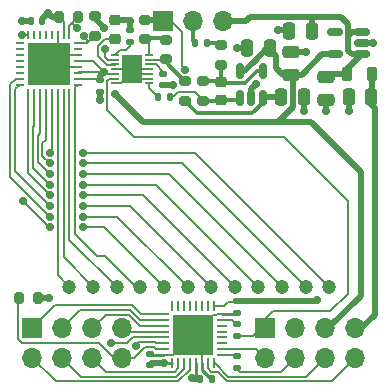
<source format=gtl>
G04 #@! TF.GenerationSoftware,KiCad,Pcbnew,7.0.1*
G04 #@! TF.CreationDate,2023-07-28T03:37:32-04:00*
G04 #@! TF.ProjectId,cdm324_v2,63646d33-3234-45f7-9632-2e6b69636164,rev?*
G04 #@! TF.SameCoordinates,Original*
G04 #@! TF.FileFunction,Copper,L1,Top*
G04 #@! TF.FilePolarity,Positive*
%FSLAX46Y46*%
G04 Gerber Fmt 4.6, Leading zero omitted, Abs format (unit mm)*
G04 Created by KiCad (PCBNEW 7.0.1) date 2023-07-28 03:37:32*
%MOMM*%
%LPD*%
G01*
G04 APERTURE LIST*
G04 Aperture macros list*
%AMRoundRect*
0 Rectangle with rounded corners*
0 $1 Rounding radius*
0 $2 $3 $4 $5 $6 $7 $8 $9 X,Y pos of 4 corners*
0 Add a 4 corners polygon primitive as box body*
4,1,4,$2,$3,$4,$5,$6,$7,$8,$9,$2,$3,0*
0 Add four circle primitives for the rounded corners*
1,1,$1+$1,$2,$3*
1,1,$1+$1,$4,$5*
1,1,$1+$1,$6,$7*
1,1,$1+$1,$8,$9*
0 Add four rect primitives between the rounded corners*
20,1,$1+$1,$2,$3,$4,$5,0*
20,1,$1+$1,$4,$5,$6,$7,0*
20,1,$1+$1,$6,$7,$8,$9,0*
20,1,$1+$1,$8,$9,$2,$3,0*%
G04 Aperture macros list end*
G04 #@! TA.AperFunction,SMDPad,CuDef*
%ADD10RoundRect,0.140000X0.140000X0.170000X-0.140000X0.170000X-0.140000X-0.170000X0.140000X-0.170000X0*%
G04 #@! TD*
G04 #@! TA.AperFunction,SMDPad,CuDef*
%ADD11RoundRect,0.250000X0.250000X0.475000X-0.250000X0.475000X-0.250000X-0.475000X0.250000X-0.475000X0*%
G04 #@! TD*
G04 #@! TA.AperFunction,SMDPad,CuDef*
%ADD12RoundRect,0.140000X-0.140000X-0.170000X0.140000X-0.170000X0.140000X0.170000X-0.140000X0.170000X0*%
G04 #@! TD*
G04 #@! TA.AperFunction,SMDPad,CuDef*
%ADD13RoundRect,0.140000X0.170000X-0.140000X0.170000X0.140000X-0.170000X0.140000X-0.170000X-0.140000X0*%
G04 #@! TD*
G04 #@! TA.AperFunction,SMDPad,CuDef*
%ADD14RoundRect,0.200000X0.200000X0.275000X-0.200000X0.275000X-0.200000X-0.275000X0.200000X-0.275000X0*%
G04 #@! TD*
G04 #@! TA.AperFunction,SMDPad,CuDef*
%ADD15RoundRect,0.062500X0.062500X-0.375000X0.062500X0.375000X-0.062500X0.375000X-0.062500X-0.375000X0*%
G04 #@! TD*
G04 #@! TA.AperFunction,SMDPad,CuDef*
%ADD16RoundRect,0.062500X0.375000X-0.062500X0.375000X0.062500X-0.375000X0.062500X-0.375000X-0.062500X0*%
G04 #@! TD*
G04 #@! TA.AperFunction,SMDPad,CuDef*
%ADD17R,3.450000X3.450000*%
G04 #@! TD*
G04 #@! TA.AperFunction,SMDPad,CuDef*
%ADD18RoundRect,0.250000X-0.475000X0.250000X-0.475000X-0.250000X0.475000X-0.250000X0.475000X0.250000X0*%
G04 #@! TD*
G04 #@! TA.AperFunction,SMDPad,CuDef*
%ADD19RoundRect,0.225000X0.250000X-0.225000X0.250000X0.225000X-0.250000X0.225000X-0.250000X-0.225000X0*%
G04 #@! TD*
G04 #@! TA.AperFunction,SMDPad,CuDef*
%ADD20RoundRect,0.200000X0.275000X-0.200000X0.275000X0.200000X-0.275000X0.200000X-0.275000X-0.200000X0*%
G04 #@! TD*
G04 #@! TA.AperFunction,SMDPad,CuDef*
%ADD21RoundRect,0.140000X-0.170000X0.140000X-0.170000X-0.140000X0.170000X-0.140000X0.170000X0.140000X0*%
G04 #@! TD*
G04 #@! TA.AperFunction,SMDPad,CuDef*
%ADD22RoundRect,0.250000X0.475000X-0.250000X0.475000X0.250000X-0.475000X0.250000X-0.475000X-0.250000X0*%
G04 #@! TD*
G04 #@! TA.AperFunction,SMDPad,CuDef*
%ADD23RoundRect,0.150000X0.512500X0.150000X-0.512500X0.150000X-0.512500X-0.150000X0.512500X-0.150000X0*%
G04 #@! TD*
G04 #@! TA.AperFunction,SMDPad,CuDef*
%ADD24RoundRect,0.062500X0.312500X0.062500X-0.312500X0.062500X-0.312500X-0.062500X0.312500X-0.062500X0*%
G04 #@! TD*
G04 #@! TA.AperFunction,SMDPad,CuDef*
%ADD25RoundRect,0.062500X0.062500X0.312500X-0.062500X0.312500X-0.062500X-0.312500X0.062500X-0.312500X0*%
G04 #@! TD*
G04 #@! TA.AperFunction,SMDPad,CuDef*
%ADD26R,3.650000X3.650000*%
G04 #@! TD*
G04 #@! TA.AperFunction,ComponentPad*
%ADD27R,1.700000X1.700000*%
G04 #@! TD*
G04 #@! TA.AperFunction,ComponentPad*
%ADD28O,1.700000X1.700000*%
G04 #@! TD*
G04 #@! TA.AperFunction,SMDPad,CuDef*
%ADD29RoundRect,0.250000X-0.250000X-0.475000X0.250000X-0.475000X0.250000X0.475000X-0.250000X0.475000X0*%
G04 #@! TD*
G04 #@! TA.AperFunction,SMDPad,CuDef*
%ADD30RoundRect,0.218750X-0.218750X-0.381250X0.218750X-0.381250X0.218750X0.381250X-0.218750X0.381250X0*%
G04 #@! TD*
G04 #@! TA.AperFunction,SMDPad,CuDef*
%ADD31RoundRect,0.135000X-0.185000X0.135000X-0.185000X-0.135000X0.185000X-0.135000X0.185000X0.135000X0*%
G04 #@! TD*
G04 #@! TA.AperFunction,ComponentPad*
%ADD32C,1.200000*%
G04 #@! TD*
G04 #@! TA.AperFunction,SMDPad,CuDef*
%ADD33RoundRect,0.200000X-0.275000X0.200000X-0.275000X-0.200000X0.275000X-0.200000X0.275000X0.200000X0*%
G04 #@! TD*
G04 #@! TA.AperFunction,SMDPad,CuDef*
%ADD34R,0.700000X0.250000*%
G04 #@! TD*
G04 #@! TA.AperFunction,SMDPad,CuDef*
%ADD35R,1.780000X2.350000*%
G04 #@! TD*
G04 #@! TA.AperFunction,SMDPad,CuDef*
%ADD36RoundRect,0.150000X0.150000X-0.512500X0.150000X0.512500X-0.150000X0.512500X-0.150000X-0.512500X0*%
G04 #@! TD*
G04 #@! TA.AperFunction,ViaPad*
%ADD37C,0.700000*%
G04 #@! TD*
G04 #@! TA.AperFunction,Conductor*
%ADD38C,0.200000*%
G04 #@! TD*
G04 #@! TA.AperFunction,Conductor*
%ADD39C,0.300000*%
G04 #@! TD*
G04 #@! TA.AperFunction,Conductor*
%ADD40C,0.500000*%
G04 #@! TD*
G04 #@! TA.AperFunction,Conductor*
%ADD41C,0.250000*%
G04 #@! TD*
G04 APERTURE END LIST*
D10*
X100610000Y-51850000D03*
X99650000Y-51850000D03*
D11*
X109500000Y-50850000D03*
X107600000Y-50850000D03*
X105950000Y-52250000D03*
X104050000Y-52250000D03*
D12*
X100080000Y-80300000D03*
X101040000Y-80300000D03*
D13*
X95797500Y-79117500D03*
X95797500Y-78157500D03*
D14*
X86372500Y-73437500D03*
X84722500Y-73437500D03*
D15*
X97710000Y-78975000D03*
X98210000Y-78975000D03*
X98710000Y-78975000D03*
X99210000Y-78975000D03*
X99710000Y-78975000D03*
X100210000Y-78975000D03*
X100710000Y-78975000D03*
X101210000Y-78975000D03*
D16*
X101897500Y-78287500D03*
X101897500Y-77787500D03*
X101897500Y-77287500D03*
X101897500Y-76787500D03*
X101897500Y-76287500D03*
X101897500Y-75787500D03*
X101897500Y-75287500D03*
X101897500Y-74787500D03*
D15*
X101210000Y-74100000D03*
X100710000Y-74100000D03*
X100210000Y-74100000D03*
X99710000Y-74100000D03*
X99210000Y-74100000D03*
X98710000Y-74100000D03*
X98210000Y-74100000D03*
X97710000Y-74100000D03*
D16*
X97022500Y-74787500D03*
X97022500Y-75287500D03*
X97022500Y-75787500D03*
X97022500Y-76287500D03*
X97022500Y-76787500D03*
X97022500Y-77287500D03*
X97022500Y-77787500D03*
X97022500Y-78287500D03*
D17*
X99460000Y-76537500D03*
D18*
X110700000Y-54750000D03*
X110700000Y-56650000D03*
D19*
X101850000Y-56687500D03*
X101850000Y-55137500D03*
D20*
X100300000Y-56737500D03*
X100300000Y-55087500D03*
X101850000Y-53675000D03*
X101850000Y-52025000D03*
D21*
X103160000Y-73720000D03*
X103160000Y-74680000D03*
D22*
X107793750Y-54550000D03*
X107793750Y-52650000D03*
D23*
X113737500Y-52800000D03*
X113737500Y-51850000D03*
X113737500Y-50900000D03*
X111462500Y-50900000D03*
X111462500Y-52800000D03*
D10*
X86680000Y-49950000D03*
X85720000Y-49950000D03*
D24*
X89725000Y-55375000D03*
X89725000Y-54875000D03*
X89725000Y-54375000D03*
X89725000Y-53875000D03*
X89725000Y-53375000D03*
X89725000Y-52875000D03*
X89725000Y-52375000D03*
X89725000Y-51875000D03*
D25*
X89000000Y-51150000D03*
X88500000Y-51150000D03*
X88000000Y-51150000D03*
X87500000Y-51150000D03*
X87000000Y-51150000D03*
X86500000Y-51150000D03*
X86000000Y-51150000D03*
X85500000Y-51150000D03*
D24*
X84775000Y-51875000D03*
X84775000Y-52375000D03*
X84775000Y-52875000D03*
X84775000Y-53375000D03*
X84775000Y-53875000D03*
X84775000Y-54375000D03*
X84775000Y-54875000D03*
X84775000Y-55375000D03*
D25*
X85500000Y-56100000D03*
X86000000Y-56100000D03*
X86500000Y-56100000D03*
X87000000Y-56100000D03*
X87500000Y-56100000D03*
X88000000Y-56100000D03*
X88500000Y-56100000D03*
X89000000Y-56100000D03*
D26*
X87250000Y-53625000D03*
D27*
X105557500Y-75987500D03*
D28*
X105557500Y-78527500D03*
X108097500Y-75987500D03*
X108097500Y-78527500D03*
X110637500Y-75987500D03*
X110637500Y-78527500D03*
X113177500Y-75987500D03*
X113177500Y-78527500D03*
D13*
X94100000Y-51750000D03*
X94100000Y-50790000D03*
D29*
X106950000Y-56400000D03*
X108850000Y-56400000D03*
D30*
X112487500Y-54500000D03*
X114612500Y-54500000D03*
D31*
X103150000Y-75640000D03*
X103150000Y-76660000D03*
D21*
X91550000Y-55020000D03*
X91550000Y-55980000D03*
D14*
X89725000Y-49650000D03*
X88075000Y-49650000D03*
D31*
X103147500Y-78377500D03*
X103147500Y-79397500D03*
D32*
X89000000Y-72500000D03*
X91000000Y-72500000D03*
X93000000Y-72500000D03*
X95000000Y-72500000D03*
X97000000Y-72500000D03*
X99000000Y-72500000D03*
X101000000Y-72500000D03*
X103000000Y-72500000D03*
X105000000Y-72500000D03*
X107000000Y-72500000D03*
X109000000Y-72500000D03*
X111000000Y-72500000D03*
D21*
X96900000Y-54440000D03*
X96900000Y-55400000D03*
D19*
X92850000Y-51475000D03*
X92850000Y-49925000D03*
D33*
X97150000Y-51600000D03*
X97150000Y-53250000D03*
D34*
X92825000Y-52870000D03*
X92825000Y-53270000D03*
X92825000Y-53670000D03*
X92825000Y-54070000D03*
X92825000Y-54470000D03*
X92825000Y-54870000D03*
X92825000Y-55270000D03*
X95775000Y-55270000D03*
X95775000Y-54870000D03*
X95775000Y-54470000D03*
X95775000Y-54070000D03*
X95775000Y-53670000D03*
X95775000Y-53270000D03*
X95775000Y-52870000D03*
D35*
X94300000Y-54070000D03*
D36*
X103450000Y-56487500D03*
X104400000Y-56487500D03*
X105350000Y-56487500D03*
X105350000Y-54212500D03*
X103450000Y-54212500D03*
D12*
X96520000Y-56420000D03*
X97480000Y-56420000D03*
D20*
X95400000Y-51525000D03*
X95400000Y-49875000D03*
D11*
X114550000Y-56400000D03*
X112650000Y-56400000D03*
D27*
X85857500Y-75987500D03*
D28*
X85857500Y-78527500D03*
X88397500Y-75987500D03*
X88397500Y-78527500D03*
X90937500Y-75987500D03*
X90937500Y-78527500D03*
X93477500Y-75987500D03*
X93477500Y-78527500D03*
D33*
X98750000Y-55075000D03*
X98750000Y-56725000D03*
D20*
X91150000Y-51225000D03*
X91150000Y-49575000D03*
D27*
X96960000Y-50000000D03*
D28*
X99500000Y-50000000D03*
X102040000Y-50000000D03*
D37*
X100760000Y-77800000D03*
X98178750Y-77818750D03*
X88700000Y-55087500D03*
X97725000Y-55370000D03*
X94800000Y-54870000D03*
X103150000Y-52250000D03*
X108850000Y-57600000D03*
X94100000Y-49950000D03*
X87247500Y-73437500D03*
X98210000Y-75250000D03*
X85800000Y-52200000D03*
X104800000Y-55350000D03*
X98824466Y-54125500D03*
X109000000Y-52650000D03*
X114712500Y-51850000D03*
X88700000Y-52150000D03*
X106650000Y-50750000D03*
X85000000Y-49950000D03*
X94800000Y-53270000D03*
X94300000Y-54070000D03*
X87250000Y-53625000D03*
X93800000Y-53270000D03*
X91550000Y-56720000D03*
X93800000Y-54870000D03*
X99460000Y-76537500D03*
X85787500Y-55087500D03*
X110700000Y-57600000D03*
X100728750Y-75268750D03*
X112650000Y-57600000D03*
X92850000Y-56150000D03*
X92050000Y-52350000D03*
X87200000Y-49300000D03*
X91900000Y-54300000D03*
X91950000Y-50550000D03*
X96997500Y-78975000D03*
X110000000Y-73650000D03*
X99360000Y-80250000D03*
X85000000Y-51150000D03*
X87350000Y-67450000D03*
X85050000Y-65200000D03*
X90150000Y-67450000D03*
X90150000Y-66550000D03*
X87350000Y-66550000D03*
X90150000Y-65650000D03*
X87350000Y-65650000D03*
X87350000Y-64750000D03*
X90150000Y-64750000D03*
X90150000Y-63850000D03*
X87350000Y-63850000D03*
X87350000Y-62950000D03*
X90150000Y-62950000D03*
X90150000Y-62050000D03*
X87350000Y-62050000D03*
X90150000Y-61150000D03*
X87350000Y-61150000D03*
X90200000Y-51300000D03*
X92550000Y-77250000D03*
X94600000Y-77500000D03*
X89600000Y-50600000D03*
D38*
X98500000Y-53801034D02*
X98824466Y-54125500D01*
X98500000Y-50900000D02*
X98500000Y-53801034D01*
X98500000Y-50900000D02*
X97600000Y-50000000D01*
D39*
X101675000Y-51850000D02*
X101850000Y-52025000D01*
X100610000Y-51850000D02*
X101675000Y-51850000D01*
X99500000Y-51700000D02*
X99650000Y-51850000D01*
X99500000Y-50000000D02*
X99500000Y-51700000D01*
D40*
X112487500Y-54500000D02*
X110950000Y-54500000D01*
X112625000Y-51248528D02*
X112625000Y-51565000D01*
X110950000Y-54500000D02*
X110700000Y-54750000D01*
X112625000Y-51565000D02*
X112625000Y-52530000D01*
X112650000Y-51223528D02*
X112625000Y-51248528D01*
X109550000Y-49650000D02*
X109550000Y-50800000D01*
X112895000Y-52800000D02*
X113700000Y-52800000D01*
X109550000Y-50800000D02*
X109500000Y-50850000D01*
X112625000Y-52530000D02*
X112895000Y-52800000D01*
X113700000Y-50900000D02*
X112950000Y-50900000D01*
X112625000Y-50275000D02*
X112000000Y-49650000D01*
X112650000Y-51200000D02*
X112650000Y-51223528D01*
X112487500Y-54500000D02*
X112487500Y-54050000D01*
X112487500Y-54050000D02*
X113737500Y-52800000D01*
X112000000Y-49650000D02*
X109550000Y-49650000D01*
X112950000Y-50900000D02*
X112650000Y-51200000D01*
X103950000Y-50000000D02*
X102040000Y-50000000D01*
X104300000Y-49650000D02*
X103950000Y-50000000D01*
X109550000Y-49650000D02*
X104300000Y-49650000D01*
X112625000Y-51565000D02*
X112625000Y-50275000D01*
D38*
X89725000Y-52875000D02*
X88000000Y-52875000D01*
X98824466Y-54125500D02*
X98874500Y-54125500D01*
X101897500Y-74787500D02*
X101472652Y-74787500D01*
D40*
X107600000Y-50850000D02*
X107700000Y-50750000D01*
X85720000Y-49950000D02*
X85000000Y-49950000D01*
X86335000Y-73437500D02*
X87247500Y-73437500D01*
D38*
X101040000Y-80280000D02*
X101040000Y-80300000D01*
D40*
X96835000Y-49875000D02*
X96960000Y-50000000D01*
X108850000Y-56400000D02*
X108850000Y-57600000D01*
X113700000Y-51850000D02*
X114712500Y-51850000D01*
X92850000Y-49925000D02*
X94075000Y-49925000D01*
D41*
X100210000Y-78975000D02*
X100210000Y-79500000D01*
D38*
X99460000Y-76500000D02*
X98210000Y-75250000D01*
X99460000Y-76537500D02*
X100728750Y-75268750D01*
X98874500Y-54125500D02*
X98950000Y-54050000D01*
D40*
X96930000Y-55370000D02*
X97725000Y-55370000D01*
D38*
X87250000Y-53625000D02*
X87225000Y-53625000D01*
X88000000Y-52875000D02*
X87250000Y-53625000D01*
X97422500Y-78237500D02*
X97760000Y-78237500D01*
X101397652Y-74862500D02*
X101135000Y-74862500D01*
X99460000Y-76537500D02*
X99460000Y-76500000D01*
X95775000Y-54470000D02*
X94700000Y-54470000D01*
X94700000Y-54470000D02*
X94300000Y-54070000D01*
X94300000Y-54070000D02*
X94300000Y-54370000D01*
X94300000Y-54370000D02*
X94800000Y-54870000D01*
X97372500Y-78287500D02*
X97422500Y-78237500D01*
X87500000Y-53875000D02*
X87250000Y-53625000D01*
X89725000Y-53875000D02*
X87500000Y-53875000D01*
X95775000Y-54070000D02*
X94300000Y-54070000D01*
D40*
X94100000Y-50790000D02*
X94100000Y-49950000D01*
D38*
X99460000Y-76537500D02*
X98178750Y-77818750D01*
D40*
X110700000Y-56650000D02*
X110700000Y-57600000D01*
X112650000Y-56400000D02*
X112650000Y-57600000D01*
D38*
X97022500Y-78287500D02*
X97372500Y-78287500D01*
X85800000Y-52200000D02*
X85900000Y-52200000D01*
X101472652Y-74787500D02*
X101397652Y-74862500D01*
D40*
X91550000Y-55980000D02*
X91550000Y-56720000D01*
D38*
X88700000Y-52175000D02*
X87250000Y-53625000D01*
D41*
X100210000Y-79500000D02*
X101015000Y-80305000D01*
D40*
X104400000Y-56487500D02*
X104400000Y-55750000D01*
D38*
X88000000Y-51150000D02*
X88000000Y-52875000D01*
X87225000Y-53625000D02*
X85800000Y-52200000D01*
D40*
X104400000Y-55750000D02*
X104800000Y-55350000D01*
D38*
X92825000Y-54070000D02*
X94300000Y-54070000D01*
D41*
X101015000Y-80305000D02*
X101015000Y-80330000D01*
D38*
X94300000Y-53770000D02*
X94800000Y-53270000D01*
X99460000Y-76537500D02*
X99497500Y-76537500D01*
X93400000Y-55270000D02*
X93800000Y-54870000D01*
X85900000Y-52200000D02*
X88900000Y-55200000D01*
X88700000Y-52150000D02*
X88700000Y-52175000D01*
D40*
X96900000Y-55400000D02*
X96930000Y-55370000D01*
D38*
X94300000Y-54070000D02*
X94300000Y-53770000D01*
D40*
X95400000Y-49875000D02*
X96835000Y-49875000D01*
X94075000Y-49925000D02*
X94100000Y-49950000D01*
D38*
X94300000Y-54370000D02*
X93800000Y-54870000D01*
X87250000Y-53625000D02*
X85787500Y-55087500D01*
X103052500Y-74787500D02*
X103160000Y-74680000D01*
X100210000Y-77287500D02*
X99460000Y-76537500D01*
X97760000Y-78237500D02*
X98178750Y-77818750D01*
D41*
X101897500Y-74787500D02*
X103052500Y-74787500D01*
D38*
X95877500Y-78287500D02*
X95747500Y-78157500D01*
D41*
X97022500Y-78287500D02*
X95877500Y-78287500D01*
D38*
X101135000Y-74862500D02*
X100728750Y-75268750D01*
D41*
X101015000Y-80280000D02*
X101040000Y-80280000D01*
D40*
X103950000Y-52250000D02*
X103150000Y-52250000D01*
X107793750Y-52650000D02*
X109000000Y-52650000D01*
D38*
X99497500Y-76537500D02*
X100760000Y-77800000D01*
X92825000Y-55270000D02*
X93400000Y-55270000D01*
X97600000Y-50000000D02*
X96960000Y-50000000D01*
X95775000Y-54870000D02*
X95100000Y-54870000D01*
D40*
X107700000Y-50750000D02*
X106650000Y-50750000D01*
D38*
X85787500Y-55087500D02*
X85600000Y-55275000D01*
X95100000Y-54870000D02*
X94300000Y-54070000D01*
X94300000Y-53770000D02*
X93800000Y-53270000D01*
X100210000Y-78975000D02*
X100210000Y-77287500D01*
D40*
X114612500Y-54500000D02*
X114612500Y-56337500D01*
X114850000Y-74850000D02*
X114850000Y-57350000D01*
X113712500Y-75987500D02*
X114850000Y-74850000D01*
X114850000Y-57350000D02*
X114550000Y-57050000D01*
X113177500Y-75987500D02*
X113712500Y-75987500D01*
X114550000Y-57050000D02*
X114550000Y-56400000D01*
X114612500Y-56337500D02*
X114550000Y-56400000D01*
X101625000Y-52025000D02*
X101850000Y-52025000D01*
X105437500Y-56400000D02*
X105350000Y-56487500D01*
D39*
X98750000Y-56725000D02*
X99825000Y-57800000D01*
D40*
X106950000Y-56400000D02*
X105437500Y-56400000D01*
D39*
X104457107Y-57800000D02*
X105350000Y-56907107D01*
X99825000Y-57800000D02*
X104457107Y-57800000D01*
X105350000Y-56907107D02*
X105350000Y-56487500D01*
D38*
X97842893Y-56307107D02*
X97592893Y-56307107D01*
X100300000Y-56737500D02*
X100300000Y-56700000D01*
D39*
X101850000Y-56687500D02*
X103250000Y-56687500D01*
D38*
X100300000Y-56700000D02*
X99600000Y-56000000D01*
X98150000Y-56000000D02*
X97842893Y-56307107D01*
X100087500Y-56950000D02*
X100300000Y-56737500D01*
D39*
X103250000Y-56687500D02*
X103450000Y-56487500D01*
D38*
X97592893Y-56420000D02*
X97480000Y-56420000D01*
D39*
X101800000Y-56737500D02*
X101850000Y-56687500D01*
X100250000Y-56737500D02*
X101800000Y-56737500D01*
D38*
X99600000Y-56000000D02*
X98150000Y-56000000D01*
D39*
X101800000Y-55087500D02*
X101850000Y-55137500D01*
X100250000Y-55087500D02*
X101800000Y-55087500D01*
X103850000Y-55250000D02*
X104887500Y-54212500D01*
X101962500Y-55250000D02*
X103850000Y-55250000D01*
X101850000Y-53637500D02*
X101850000Y-55137500D01*
X101850000Y-55137500D02*
X101962500Y-55250000D01*
X104887500Y-54212500D02*
X105350000Y-54212500D01*
D38*
X92825000Y-52870000D02*
X92800000Y-52845000D01*
X93750000Y-52450000D02*
X94100000Y-52100000D01*
X92825000Y-52870000D02*
X93245000Y-52450000D01*
X93245000Y-52450000D02*
X93750000Y-52450000D01*
X94100000Y-52100000D02*
X94100000Y-51750000D01*
X95775000Y-55675000D02*
X96520000Y-56420000D01*
X95775000Y-55270000D02*
X95775000Y-55675000D01*
X89750000Y-54350000D02*
X91850000Y-54350000D01*
D40*
X91550000Y-55020000D02*
X91550000Y-54650000D01*
X107900000Y-57300000D02*
X106650000Y-58550000D01*
D38*
X102100000Y-74100000D02*
X102450000Y-73750000D01*
D40*
X107900000Y-54656250D02*
X107900000Y-57300000D01*
D41*
X96997500Y-78975000D02*
X97710000Y-78975000D01*
D40*
X107050000Y-54550000D02*
X106450000Y-53950000D01*
X103180000Y-73700000D02*
X103160000Y-73720000D01*
D38*
X88500000Y-51150000D02*
X88500000Y-50075000D01*
D40*
X91150000Y-49575000D02*
X91150000Y-49750000D01*
X103450000Y-54212500D02*
X103794975Y-54212500D01*
X105750000Y-52250000D02*
X106050000Y-51950000D01*
D38*
X103130000Y-73750000D02*
X103160000Y-73720000D01*
D40*
X105850000Y-58550000D02*
X95250000Y-58550000D01*
D41*
X99710000Y-78975000D02*
X99710000Y-80230000D01*
D40*
X87550000Y-49650000D02*
X87200000Y-49300000D01*
X113650000Y-62750000D02*
X113650000Y-73250000D01*
X110912500Y-75987500D02*
X110637500Y-75987500D01*
D38*
X92285000Y-53270000D02*
X92825000Y-53270000D01*
X92825000Y-54470000D02*
X92070000Y-54470000D01*
X92050000Y-53035000D02*
X92285000Y-53270000D01*
D40*
X105850000Y-58550000D02*
X109450000Y-58550000D01*
D38*
X92070000Y-54470000D02*
X91900000Y-54300000D01*
D40*
X106450000Y-53950000D02*
X106450000Y-52950000D01*
D38*
X89725000Y-54875000D02*
X91405000Y-54875000D01*
X89725000Y-53375000D02*
X90975000Y-53375000D01*
X101210000Y-74100000D02*
X102100000Y-74100000D01*
D40*
X107793750Y-54550000D02*
X107900000Y-54656250D01*
X113650000Y-73250000D02*
X110912500Y-75987500D01*
X105750000Y-52264949D02*
X105750000Y-52250000D01*
X103794975Y-54212500D02*
X104582475Y-53425000D01*
X108650000Y-54550000D02*
X107793750Y-54550000D01*
X91150000Y-49750000D02*
X91950000Y-50550000D01*
X95250000Y-58550000D02*
X92850000Y-56150000D01*
D38*
X99710000Y-80180000D02*
X99830000Y-80300000D01*
X91850000Y-54350000D02*
X91900000Y-54300000D01*
D40*
X86680000Y-49950000D02*
X86680000Y-49820000D01*
X109450000Y-58550000D02*
X113650000Y-62750000D01*
X104589949Y-53425000D02*
X105750000Y-52264949D01*
X111462500Y-52800000D02*
X110400000Y-52800000D01*
X108081250Y-54450000D02*
X107993750Y-54537500D01*
X106650000Y-58550000D02*
X105850000Y-58550000D01*
X96997500Y-78975000D02*
X95890000Y-78975000D01*
D38*
X89725000Y-54375000D02*
X89750000Y-54350000D01*
D40*
X110000000Y-73650000D02*
X109950000Y-73700000D01*
X107793750Y-54550000D02*
X107050000Y-54550000D01*
D38*
X95890000Y-78975000D02*
X95747500Y-79117500D01*
X90975000Y-53375000D02*
X91900000Y-54300000D01*
X88500000Y-50075000D02*
X88075000Y-49650000D01*
D40*
X86680000Y-49820000D02*
X87200000Y-49300000D01*
X100080000Y-80300000D02*
X99410000Y-80300000D01*
X109950000Y-73700000D02*
X103180000Y-73700000D01*
X110400000Y-52800000D02*
X108650000Y-54550000D01*
D38*
X99410000Y-80300000D02*
X99360000Y-80250000D01*
X102450000Y-73750000D02*
X103130000Y-73750000D01*
D40*
X88075000Y-49650000D02*
X87550000Y-49650000D01*
X106450000Y-52950000D02*
X105750000Y-52250000D01*
X91550000Y-54650000D02*
X91900000Y-54300000D01*
X104582475Y-53425000D02*
X104589949Y-53425000D01*
D38*
X91405000Y-54875000D02*
X91550000Y-55020000D01*
X92050000Y-52350000D02*
X92050000Y-53035000D01*
X99210000Y-78975000D02*
X99210000Y-79500000D01*
X98210000Y-80500000D02*
X87830000Y-80500000D01*
X87830000Y-80500000D02*
X85857500Y-78527500D01*
X99210000Y-79500000D02*
X98210000Y-80500000D01*
X94472500Y-78527500D02*
X93477500Y-78527500D01*
X84647500Y-76950000D02*
X84947500Y-77250000D01*
X95400000Y-77600000D02*
X94472500Y-78527500D01*
X84722500Y-73437500D02*
X84647500Y-73512500D01*
X92777500Y-78527500D02*
X93477500Y-78527500D01*
X84947500Y-77250000D02*
X91500000Y-77250000D01*
X96347500Y-77787500D02*
X96160000Y-77600000D01*
X84647500Y-73512500D02*
X84647500Y-76950000D01*
X96160000Y-77600000D02*
X95400000Y-77600000D01*
X97022500Y-77787500D02*
X96347500Y-77787500D01*
X84722500Y-73437500D02*
X84997500Y-73437500D01*
X91500000Y-77250000D02*
X92777500Y-78527500D01*
X103057500Y-78287500D02*
X103147500Y-78377500D01*
X101897500Y-78287500D02*
X103057500Y-78287500D01*
X101897500Y-77787500D02*
X104817500Y-77787500D01*
X104817500Y-77787500D02*
X105557500Y-78527500D01*
X96900000Y-54270000D02*
X96900000Y-54440000D01*
X96300000Y-53670000D02*
X96900000Y-54270000D01*
X95775000Y-53670000D02*
X96300000Y-53670000D01*
X92145000Y-53695000D02*
X91400000Y-52950000D01*
X92825000Y-53670000D02*
X92825000Y-53675000D01*
X92825000Y-53675000D02*
X92805000Y-53695000D01*
X92025000Y-51475000D02*
X92850000Y-51475000D01*
X91400000Y-52100000D02*
X92025000Y-51475000D01*
X92805000Y-53695000D02*
X92145000Y-53695000D01*
X91400000Y-52950000D02*
X91400000Y-52100000D01*
D39*
X98725000Y-55075000D02*
X98750000Y-55075000D01*
X97150000Y-53250000D02*
X97150000Y-53320000D01*
X97150000Y-53250000D02*
X97150000Y-53500000D01*
X97150000Y-53500000D02*
X98725000Y-55075000D01*
D38*
X95775000Y-53270000D02*
X97130000Y-53270000D01*
X97130000Y-53270000D02*
X97150000Y-53250000D01*
X95775000Y-51570000D02*
X95675000Y-51470000D01*
X95775000Y-52870000D02*
X95775000Y-51570000D01*
D39*
X95675000Y-51470000D02*
X97020000Y-51470000D01*
D38*
X97020000Y-51470000D02*
X97150000Y-51600000D01*
X101897500Y-75287500D02*
X102797500Y-75287500D01*
X102797500Y-75287500D02*
X103150000Y-75640000D01*
X88000000Y-56100000D02*
X88000000Y-71500000D01*
X88000000Y-71500000D02*
X89000000Y-72500000D01*
X88500000Y-56100000D02*
X88500000Y-70000000D01*
X88500000Y-70000000D02*
X91000000Y-72500000D01*
X89000000Y-68500000D02*
X93000000Y-72500000D01*
X89000000Y-66300000D02*
X89000000Y-68500000D01*
X89000000Y-56100000D02*
X89000000Y-66300000D01*
X89000000Y-66300000D02*
X89000000Y-66350000D01*
X94650000Y-72500000D02*
X95000000Y-72500000D01*
X92000000Y-69850000D02*
X94650000Y-72500000D01*
X89500000Y-68000000D02*
X91350000Y-69850000D01*
X89725000Y-55375000D02*
X89500000Y-55600000D01*
X89500000Y-55600000D02*
X89500000Y-68000000D01*
X91350000Y-69850000D02*
X92000000Y-69850000D01*
X85050000Y-65200000D02*
X87300000Y-67450000D01*
X91950000Y-67450000D02*
X97000000Y-72500000D01*
X85500000Y-51150000D02*
X85000000Y-51150000D01*
X90150000Y-67450000D02*
X91950000Y-67450000D01*
X90150000Y-66550000D02*
X93050000Y-66550000D01*
X84000000Y-55333058D02*
X84000000Y-63200000D01*
X84458058Y-54875000D02*
X84000000Y-55333058D01*
X84775000Y-54875000D02*
X84458058Y-54875000D01*
X84000000Y-63200000D02*
X87350000Y-66550000D01*
X93050000Y-66550000D02*
X99000000Y-72500000D01*
X84400000Y-55750000D02*
X84400000Y-62700000D01*
X84400000Y-62700000D02*
X87350000Y-65650000D01*
X84775000Y-55375000D02*
X84400000Y-55750000D01*
X94150000Y-65650000D02*
X101000000Y-72500000D01*
X90150000Y-65650000D02*
X94150000Y-65650000D01*
X90150000Y-64750000D02*
X95250000Y-64750000D01*
X95250000Y-64750000D02*
X103000000Y-72500000D01*
X85500000Y-56100000D02*
X85500000Y-62900000D01*
X85500000Y-62900000D02*
X87350000Y-64750000D01*
X86000000Y-58850000D02*
X85900000Y-58950000D01*
X96350000Y-63850000D02*
X105000000Y-72500000D01*
X85900000Y-58950000D02*
X85900000Y-62400000D01*
X90150000Y-63850000D02*
X96350000Y-63850000D01*
X86000000Y-56100000D02*
X86000000Y-58850000D01*
X85900000Y-62400000D02*
X87350000Y-63850000D01*
X86300000Y-59700000D02*
X86300000Y-61900000D01*
X97450000Y-62950000D02*
X107000000Y-72500000D01*
X90150000Y-62950000D02*
X97450000Y-62950000D01*
X86300000Y-61900000D02*
X87350000Y-62950000D01*
X86500000Y-59500000D02*
X86300000Y-59700000D01*
X86500000Y-56100000D02*
X86500000Y-59500000D01*
X86700000Y-60350000D02*
X86700000Y-61400000D01*
X98550000Y-62050000D02*
X109000000Y-72500000D01*
X87000000Y-56100000D02*
X87000000Y-60050000D01*
X86700000Y-61400000D02*
X87350000Y-62050000D01*
X90150000Y-62050000D02*
X98550000Y-62050000D01*
X87000000Y-60050000D02*
X86700000Y-60350000D01*
X105557500Y-75242500D02*
X105557500Y-75987500D01*
X106250000Y-74550000D02*
X105557500Y-75242500D01*
X104540000Y-76660000D02*
X105212500Y-75987500D01*
X92150000Y-57500000D02*
X94500000Y-59850000D01*
X112550000Y-73100000D02*
X111100000Y-74550000D01*
X107200000Y-59850000D02*
X112550000Y-65200000D01*
X92150000Y-55050000D02*
X92150000Y-57500000D01*
X112550000Y-65200000D02*
X112550000Y-73100000D01*
X92330000Y-54870000D02*
X92150000Y-55050000D01*
X111100000Y-74550000D02*
X106250000Y-74550000D01*
X105212500Y-75987500D02*
X105557500Y-75987500D01*
X92825000Y-54870000D02*
X92330000Y-54870000D01*
X103150000Y-76660000D02*
X104540000Y-76660000D01*
X94500000Y-59850000D02*
X107200000Y-59850000D01*
X99650000Y-61150000D02*
X111000000Y-72500000D01*
X87500000Y-56100000D02*
X87500000Y-61000000D01*
X90150000Y-61150000D02*
X99650000Y-61150000D01*
X87500000Y-61000000D02*
X87350000Y-61150000D01*
X97710000Y-74050000D02*
X97710000Y-74100000D01*
X97022500Y-74787500D02*
X95047500Y-74787500D01*
X94310000Y-74050000D02*
X87795000Y-74050000D01*
X95047500Y-74787500D02*
X94310000Y-74050000D01*
X87795000Y-74050000D02*
X85857500Y-75987500D01*
X89935000Y-74450000D02*
X88397500Y-75987500D01*
X97022500Y-75287500D02*
X94997500Y-75287500D01*
X94997500Y-75287500D02*
X94160000Y-74450000D01*
X94160000Y-74450000D02*
X89935000Y-74450000D01*
X92075000Y-74850000D02*
X90937500Y-75987500D01*
X94947500Y-75787500D02*
X94010000Y-74850000D01*
X94010000Y-74850000D02*
X92075000Y-74850000D01*
X97022500Y-75787500D02*
X94947500Y-75787500D01*
X93777500Y-76287500D02*
X93477500Y-75987500D01*
X97022500Y-76287500D02*
X93777500Y-76287500D01*
X94362500Y-76787500D02*
X93900000Y-77250000D01*
X97022500Y-76787500D02*
X94362500Y-76787500D01*
X90500000Y-51600000D02*
X90200000Y-51300000D01*
X93900000Y-77250000D02*
X92550000Y-77250000D01*
X89725000Y-51875000D02*
X90500000Y-51875000D01*
X90500000Y-51875000D02*
X90500000Y-51600000D01*
X90500000Y-51875000D02*
X91150000Y-51225000D01*
X98210000Y-79400000D02*
X97910000Y-79700000D01*
X97910000Y-79700000D02*
X92110000Y-79700000D01*
X98210000Y-78975000D02*
X98210000Y-79400000D01*
X92110000Y-79700000D02*
X90937500Y-78527500D01*
X89000000Y-50375000D02*
X89212500Y-50162500D01*
X94900000Y-77200000D02*
X94600000Y-77500000D01*
X89600000Y-50550000D02*
X89600000Y-50600000D01*
X96350000Y-77250000D02*
X96300000Y-77200000D01*
X97022500Y-77287500D02*
X96387500Y-77287500D01*
X96300000Y-77200000D02*
X96150000Y-77200000D01*
X96387500Y-77287500D02*
X96350000Y-77250000D01*
X89000000Y-51150000D02*
X89000000Y-50375000D01*
X89212500Y-50162500D02*
X89600000Y-50550000D01*
X89212500Y-50162500D02*
X89725000Y-49650000D01*
X96150000Y-77200000D02*
X94900000Y-77200000D01*
X89970000Y-80100000D02*
X88397500Y-78527500D01*
X98060000Y-80100000D02*
X89970000Y-80100000D01*
X98710000Y-79450000D02*
X98060000Y-80100000D01*
X98710000Y-78975000D02*
X98710000Y-79450000D01*
X103147500Y-79397500D02*
X103450000Y-79700000D01*
X106947500Y-79700000D02*
X108097500Y-78550000D01*
X108097500Y-78550000D02*
X108097500Y-78527500D01*
X103450000Y-79700000D02*
X106947500Y-79700000D01*
X102460000Y-80100000D02*
X109056250Y-80100000D01*
X101335000Y-78975000D02*
X102460000Y-80100000D01*
X110628750Y-78527500D02*
X110637500Y-78527500D01*
X109056250Y-80100000D02*
X110628750Y-78527500D01*
X101210000Y-78975000D02*
X101335000Y-78975000D01*
X101565026Y-79700000D02*
X102365026Y-80500000D01*
X113170000Y-78527500D02*
X113177500Y-78527500D01*
X111197500Y-80500000D02*
X113170000Y-78527500D01*
X102365026Y-80500000D02*
X111197500Y-80500000D01*
X100710000Y-78975000D02*
X100710000Y-79410000D01*
X100710000Y-79410000D02*
X101000000Y-79700000D01*
X101000000Y-79700000D02*
X101565026Y-79700000D01*
M02*

</source>
